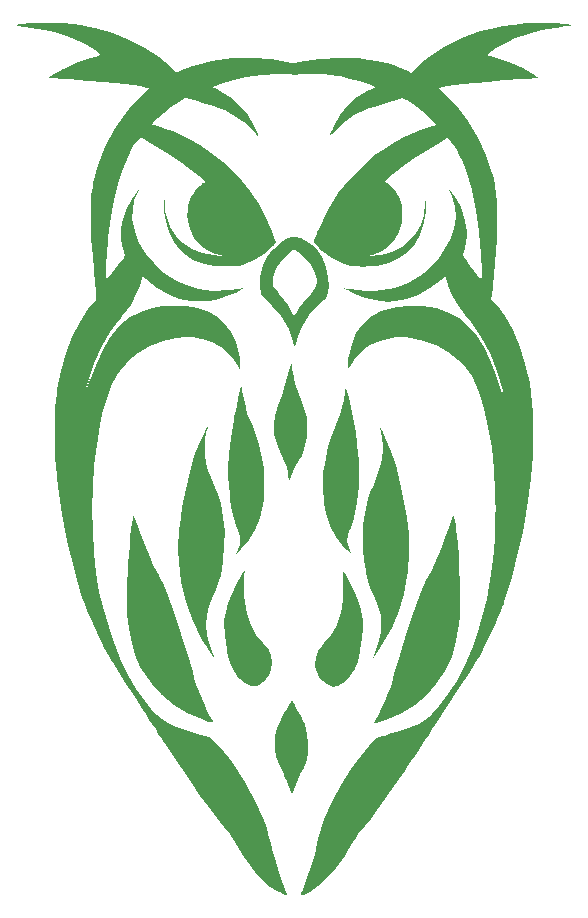
<source format=gts>
G04 #@! TF.GenerationSoftware,KiCad,Pcbnew,(6.0.10)*
G04 #@! TF.CreationDate,2023-01-13T20:49:35+01:00*
G04 #@! TF.ProjectId,Eule,45756c65-2e6b-4696-9361-645f70636258,rev?*
G04 #@! TF.SameCoordinates,Original*
G04 #@! TF.FileFunction,Soldermask,Top*
G04 #@! TF.FilePolarity,Negative*
%FSLAX46Y46*%
G04 Gerber Fmt 4.6, Leading zero omitted, Abs format (unit mm)*
G04 Created by KiCad (PCBNEW (6.0.10)) date 2023-01-13 20:49:35*
%MOMM*%
%LPD*%
G01*
G04 APERTURE LIST*
%ADD10C,0.150000*%
G04 APERTURE END LIST*
D10*
G36*
X52832000Y-49276000D02*
G01*
X50800000Y-50292000D01*
X49022000Y-50038000D01*
X47498000Y-48768000D01*
X47244000Y-47498000D01*
X47244000Y-45974000D01*
X48006000Y-44704000D01*
X49022000Y-44450000D01*
X52832000Y-49276000D01*
G37*
X52832000Y-49276000D02*
X50800000Y-50292000D01*
X49022000Y-50038000D01*
X47498000Y-48768000D01*
X47244000Y-47498000D01*
X47244000Y-45974000D01*
X48006000Y-44704000D01*
X49022000Y-44450000D01*
X52832000Y-49276000D01*
G36*
X64516000Y-46228000D02*
G01*
X64516000Y-47752000D01*
X63500000Y-49276000D01*
X62230000Y-50292000D01*
X58928000Y-49276000D01*
X59436000Y-47752000D01*
X60706000Y-45974000D01*
X62992000Y-44704000D01*
X63500000Y-44704000D01*
X64516000Y-46228000D01*
G37*
X64516000Y-46228000D02*
X64516000Y-47752000D01*
X63500000Y-49276000D01*
X62230000Y-50292000D01*
X58928000Y-49276000D01*
X59436000Y-47752000D01*
X60706000Y-45974000D01*
X62992000Y-44704000D01*
X63500000Y-44704000D01*
X64516000Y-46228000D01*
G36*
X42214000Y-72836000D02*
G01*
X42279000Y-72994000D01*
X42383000Y-73268000D01*
X42457000Y-73470000D01*
X42806000Y-74423000D01*
X43104000Y-75216000D01*
X43365000Y-75878000D01*
X43600000Y-76439000D01*
X43822000Y-76929000D01*
X44044000Y-77377000D01*
X44278000Y-77814000D01*
X44309000Y-77870000D01*
X44472000Y-78177000D01*
X44613000Y-78465000D01*
X44621000Y-78483000D01*
X44951000Y-79275000D01*
X45319000Y-80259000D01*
X45723000Y-81431000D01*
X46163000Y-82788000D01*
X46636000Y-84325000D01*
X47139000Y-86033000D01*
X47375000Y-86822000D01*
X47593000Y-87479000D01*
X47817000Y-88064000D01*
X48072000Y-88639000D01*
X48382000Y-89267000D01*
X48567000Y-89622000D01*
X48727000Y-89929000D01*
X48843000Y-90154000D01*
X48890000Y-90252000D01*
X48890000Y-90253000D01*
X48871000Y-90266000D01*
X48778000Y-90252000D01*
X48560000Y-90204000D01*
X48242000Y-90115000D01*
X47928000Y-90016000D01*
X46688000Y-89495000D01*
X45543000Y-88803000D01*
X44512000Y-87951000D01*
X44431000Y-87873000D01*
X43685000Y-87055000D01*
X43081000Y-86196000D01*
X42726000Y-85558000D01*
X42291000Y-84568000D01*
X41969000Y-83523000D01*
X41749000Y-82382000D01*
X41621000Y-81103000D01*
X41613000Y-80970000D01*
X41600000Y-80584000D01*
X41595000Y-80057000D01*
X41597000Y-79447000D01*
X41605000Y-78812000D01*
X41619000Y-78211000D01*
X41639000Y-77702000D01*
X41640000Y-77695000D01*
X41686000Y-76887000D01*
X41741000Y-76082000D01*
X41802000Y-75307000D01*
X41867000Y-74587000D01*
X41932000Y-73949000D01*
X41996000Y-73420000D01*
X42056000Y-73027000D01*
X42108000Y-72796000D01*
X42128000Y-72753000D01*
X42168000Y-72750000D01*
X42214000Y-72836000D01*
G37*
G36*
X52872000Y-52545000D02*
G01*
X52916000Y-52259000D01*
X53124000Y-51525000D01*
X53463000Y-50862000D01*
X53964000Y-50212000D01*
X54006000Y-50166000D01*
X54529000Y-49676000D01*
X55061000Y-49334000D01*
X55483000Y-49180000D01*
X55923000Y-49147000D01*
X56328000Y-49226000D01*
X56355000Y-49237000D01*
X56778000Y-49472000D01*
X57217000Y-49807000D01*
X57555000Y-50142000D01*
X58071000Y-50892000D01*
X58434000Y-51744000D01*
X58630000Y-52655000D01*
X58659000Y-53357000D01*
X58595000Y-53921000D01*
X58450000Y-54310000D01*
X58290000Y-54490000D01*
X57527000Y-55142000D01*
X57171000Y-55533000D01*
X56727000Y-56174000D01*
X56329000Y-56946000D01*
X56012000Y-57775000D01*
X55979000Y-57883000D01*
X55880000Y-58202000D01*
X55818000Y-58361000D01*
X55789000Y-58395000D01*
X55748000Y-58310000D01*
X55674000Y-58099000D01*
X55651000Y-58026000D01*
X55266000Y-56993000D01*
X54818000Y-56144000D01*
X54617000Y-55849000D01*
X54428000Y-55608000D01*
X54195000Y-55338000D01*
X53882000Y-54998000D01*
X53591000Y-54693000D01*
X53278000Y-54363000D01*
X53079000Y-54139000D01*
X52964000Y-53986000D01*
X52905000Y-53868000D01*
X52890000Y-53820000D01*
X52842000Y-53479000D01*
X52837000Y-53030000D01*
X53905000Y-53030000D01*
X53915000Y-53196000D01*
X53975000Y-53318000D01*
X54118000Y-53519000D01*
X54367000Y-53826000D01*
X54486000Y-53969000D01*
X54899000Y-54484000D01*
X55218000Y-54945000D01*
X55497000Y-55434000D01*
X55583000Y-55603000D01*
X55772000Y-55979000D01*
X55845000Y-55778000D01*
X55953000Y-55529000D01*
X56048000Y-55348000D01*
X56235000Y-55052000D01*
X56477000Y-54728000D01*
X56818000Y-54320000D01*
X57126000Y-53958000D01*
X57329000Y-53702000D01*
X57460000Y-53510000D01*
X57546000Y-53338000D01*
X57582000Y-53250000D01*
X57629000Y-53100000D01*
X57637000Y-52937000D01*
X57632000Y-52820000D01*
X57504000Y-52179000D01*
X57185000Y-51547000D01*
X56671000Y-50916000D01*
X56666000Y-50911000D01*
X56092000Y-50400000D01*
X55884000Y-50245000D01*
X55765000Y-50162000D01*
X55627000Y-50257000D01*
X55345000Y-50476000D01*
X55031000Y-50754000D01*
X54782000Y-51006000D01*
X54779000Y-51009000D01*
X54306000Y-51701000D01*
X54210000Y-51899000D01*
X54060000Y-52296000D01*
X53953000Y-52696000D01*
X53905000Y-53030000D01*
X52837000Y-53030000D01*
X52837000Y-53026000D01*
X52872000Y-52545000D01*
G37*
G36*
X51560000Y-77420000D02*
G01*
X51557000Y-77448000D01*
X51519000Y-77876000D01*
X51499000Y-78426000D01*
X51497000Y-79019000D01*
X51514000Y-79576000D01*
X51549000Y-80021000D01*
X51551000Y-80043000D01*
X51759000Y-81129000D01*
X52084000Y-82061000D01*
X52530000Y-82852000D01*
X53106000Y-83514000D01*
X53135000Y-83542000D01*
X53372000Y-83787000D01*
X53493000Y-83962000D01*
X53774000Y-84601000D01*
X53876000Y-85238000D01*
X53798000Y-85844000D01*
X53610000Y-86280000D01*
X53384000Y-86575000D01*
X53079000Y-86867000D01*
X52765000Y-87095000D01*
X52571000Y-87186000D01*
X52237000Y-87213000D01*
X52042000Y-87180000D01*
X51577000Y-86966000D01*
X51126000Y-86590000D01*
X51108000Y-86570000D01*
X50649000Y-85953000D01*
X50308000Y-85196000D01*
X50079000Y-84287000D01*
X50042000Y-84058000D01*
X49956000Y-83425000D01*
X49886000Y-82831000D01*
X49841000Y-82352000D01*
X49838000Y-82316000D01*
X49837000Y-81619000D01*
X49936000Y-80917000D01*
X50146000Y-80174000D01*
X50477000Y-79355000D01*
X50918000Y-78462000D01*
X51128000Y-78073000D01*
X51317000Y-77732000D01*
X51462000Y-77480000D01*
X51541000Y-77358000D01*
X51547000Y-77353000D01*
X51560000Y-77420000D01*
G37*
G36*
X48412000Y-65314000D02*
G01*
X48378000Y-65438000D01*
X48279000Y-65849000D01*
X48198000Y-66305000D01*
X48189000Y-66368000D01*
X48168000Y-66663000D01*
X48162000Y-67055000D01*
X48171000Y-67442000D01*
X48189000Y-67683000D01*
X48392000Y-68703000D01*
X48743000Y-69719000D01*
X48945000Y-70156000D01*
X49237000Y-70798000D01*
X49452000Y-71433000D01*
X49530000Y-71725000D01*
X49740000Y-72849000D01*
X49843000Y-74083000D01*
X49838000Y-75367000D01*
X49728000Y-76642000D01*
X49511000Y-77849000D01*
X49473000Y-78004000D01*
X49312000Y-78578000D01*
X49129000Y-79063000D01*
X48951000Y-79437000D01*
X48637000Y-80118000D01*
X48440000Y-80725000D01*
X48339000Y-81330000D01*
X48315000Y-81894000D01*
X48390000Y-82864000D01*
X48624000Y-83830000D01*
X48852000Y-84447000D01*
X48938000Y-84660000D01*
X48976000Y-84767000D01*
X48976000Y-84770000D01*
X48915000Y-84702000D01*
X48813000Y-84576000D01*
X48601000Y-84287000D01*
X48343000Y-83904000D01*
X48093000Y-83508000D01*
X47967000Y-83295000D01*
X47180000Y-81719000D01*
X46579000Y-80081000D01*
X46168000Y-78393000D01*
X45951000Y-76671000D01*
X45915000Y-75632000D01*
X45924000Y-75052000D01*
X45954000Y-74497000D01*
X46012000Y-73873000D01*
X46040000Y-73615000D01*
X46258000Y-72045000D01*
X46545000Y-70522000D01*
X46893000Y-69079000D01*
X47294000Y-67749000D01*
X47740000Y-66566000D01*
X48004000Y-65983000D01*
X48154000Y-65686000D01*
X48294000Y-65428000D01*
X48395000Y-65261000D01*
X48428000Y-65225000D01*
X48412000Y-65314000D01*
G37*
G36*
X62994000Y-65284000D02*
G01*
X63083000Y-65426000D01*
X63217000Y-65671000D01*
X63364000Y-65958000D01*
X63868000Y-67122000D01*
X64321000Y-68464000D01*
X64717000Y-69965000D01*
X65053000Y-71609000D01*
X65251000Y-72853000D01*
X65354000Y-73604000D01*
X65424000Y-74216000D01*
X65466000Y-74744000D01*
X65485000Y-75245000D01*
X65485000Y-75776000D01*
X65482000Y-75945000D01*
X65379000Y-77455000D01*
X65132000Y-78911000D01*
X65017000Y-79396000D01*
X64573000Y-80836000D01*
X63991000Y-82236000D01*
X63298000Y-83533000D01*
X63047000Y-83932000D01*
X62848000Y-84226000D01*
X62657000Y-84494000D01*
X62505000Y-84696000D01*
X62422000Y-84788000D01*
X62415000Y-84787000D01*
X62450000Y-84702000D01*
X62490000Y-84613000D01*
X62848000Y-83624000D01*
X63050000Y-82606000D01*
X63090000Y-81938000D01*
X63053000Y-81258000D01*
X62930000Y-80639000D01*
X62701000Y-80005000D01*
X62478000Y-79533000D01*
X62197000Y-78919000D01*
X61990000Y-78317000D01*
X61826000Y-77634000D01*
X61779000Y-77392000D01*
X61650000Y-76551000D01*
X61578000Y-75708000D01*
X61555000Y-74770000D01*
X61555000Y-74683000D01*
X61564000Y-74057000D01*
X61589000Y-73545000D01*
X61639000Y-73059000D01*
X61704000Y-72601000D01*
X61899000Y-71660000D01*
X62194000Y-70784000D01*
X62395000Y-70320000D01*
X62772000Y-69437000D01*
X63029000Y-68656000D01*
X63180000Y-67925000D01*
X63235000Y-67196000D01*
X63233000Y-66874000D01*
X63178000Y-66185000D01*
X63049000Y-65570000D01*
X62995000Y-65369000D01*
X62973000Y-65283000D01*
X62994000Y-65284000D01*
G37*
G36*
X59901000Y-77450000D02*
G01*
X60024000Y-77658000D01*
X60194000Y-77959000D01*
X60384000Y-78308000D01*
X60828000Y-79183000D01*
X61157000Y-79946000D01*
X61387000Y-80638000D01*
X61519000Y-81220000D01*
X61543000Y-81496000D01*
X61551000Y-81966000D01*
X61550000Y-82020000D01*
X61548000Y-82329000D01*
X61538000Y-82578000D01*
X61517000Y-82835000D01*
X61478000Y-83168000D01*
X61432000Y-83529000D01*
X61338000Y-84192000D01*
X61243000Y-84705000D01*
X61134000Y-85119000D01*
X60999000Y-85484000D01*
X60872000Y-85758000D01*
X60502000Y-86351000D01*
X60054000Y-86824000D01*
X59564000Y-87138000D01*
X59510000Y-87161000D01*
X59273000Y-87219000D01*
X59001000Y-87241000D01*
X58840000Y-87223000D01*
X58513000Y-87053000D01*
X58165000Y-86777000D01*
X57879000Y-86460000D01*
X57874000Y-86454000D01*
X57636000Y-86016000D01*
X57537000Y-85531000D01*
X57531000Y-85320000D01*
X57584000Y-84789000D01*
X57761000Y-84286000D01*
X57774000Y-84259000D01*
X57920000Y-83980000D01*
X58087000Y-83757000D01*
X58301000Y-83533000D01*
X58858000Y-82880000D01*
X59278000Y-82148000D01*
X59350000Y-81987000D01*
X59668000Y-81015000D01*
X59855000Y-79904000D01*
X59909000Y-78669000D01*
X59864000Y-77709000D01*
X59849000Y-77486000D01*
X59848000Y-77379000D01*
X59849000Y-77378000D01*
X59901000Y-77450000D01*
G37*
G36*
X55521000Y-59931000D02*
G01*
X55549000Y-60076000D01*
X55596000Y-60356000D01*
X55629000Y-60558000D01*
X55725000Y-61113000D01*
X55815000Y-61529000D01*
X55913000Y-61868000D01*
X56037000Y-62190000D01*
X56077000Y-62283000D01*
X56413000Y-63133000D01*
X56686000Y-63990000D01*
X56794000Y-64420000D01*
X56850000Y-64899000D01*
X56846000Y-65497000D01*
X56787000Y-66143000D01*
X56679000Y-66770000D01*
X56562000Y-67206000D01*
X56366000Y-67671000D01*
X56267000Y-67856000D01*
X55758000Y-68849000D01*
X55414000Y-69689000D01*
X55335000Y-69898000D01*
X55290000Y-69994000D01*
X55288000Y-69995000D01*
X55276000Y-69905000D01*
X55263000Y-69678000D01*
X55257000Y-69526000D01*
X55224000Y-69031000D01*
X55146000Y-68653000D01*
X55002000Y-68310000D01*
X54906000Y-68137000D01*
X54428000Y-67153000D01*
X54132000Y-66147000D01*
X54066000Y-65746000D01*
X54043000Y-65363000D01*
X54047000Y-64914000D01*
X54078000Y-64529000D01*
X54079000Y-64523000D01*
X54114000Y-64340000D01*
X54180000Y-64097000D01*
X54292000Y-63747000D01*
X54406000Y-63408000D01*
X54666000Y-62632000D01*
X54877000Y-61980000D01*
X55059000Y-61388000D01*
X55230000Y-60789000D01*
X55366000Y-60295000D01*
X55436000Y-60046000D01*
X55483000Y-59900000D01*
X55490000Y-59886000D01*
X55505000Y-59882000D01*
X55521000Y-59931000D01*
G37*
G36*
X60160000Y-61958000D02*
G01*
X60242000Y-62254000D01*
X60348000Y-62676000D01*
X60462000Y-63153000D01*
X60550000Y-63545000D01*
X60968000Y-65803000D01*
X61179000Y-67545000D01*
X61206000Y-67952000D01*
X61225000Y-68477000D01*
X61235000Y-69049000D01*
X61236000Y-69597000D01*
X61225000Y-70052000D01*
X61216000Y-70220000D01*
X61146000Y-70937000D01*
X61043000Y-71691000D01*
X60916000Y-72413000D01*
X60778000Y-73035000D01*
X60716000Y-73263000D01*
X60631000Y-73515000D01*
X60511000Y-73834000D01*
X60478000Y-73917000D01*
X60335000Y-74296000D01*
X60260000Y-74574000D01*
X60235000Y-74828000D01*
X60235000Y-74883000D01*
X60279000Y-75285000D01*
X60434000Y-75699000D01*
X60452000Y-75736000D01*
X60543000Y-75929000D01*
X60577000Y-76016000D01*
X60508000Y-75957000D01*
X60341000Y-75797000D01*
X60197000Y-75654000D01*
X59820000Y-75258000D01*
X59526000Y-74900000D01*
X59302000Y-74583000D01*
X58778000Y-73623000D01*
X58427000Y-72572000D01*
X58279000Y-71745000D01*
X58233000Y-71252000D01*
X58201000Y-70677000D01*
X58185000Y-70080000D01*
X58185000Y-69521000D01*
X58202000Y-69063000D01*
X58222000Y-68852000D01*
X58394000Y-67882000D01*
X58636000Y-66884000D01*
X58927000Y-65926000D01*
X59248000Y-65078000D01*
X59352000Y-64845000D01*
X59532000Y-64429000D01*
X59677000Y-64009000D01*
X59801000Y-63536000D01*
X59916000Y-62960000D01*
X60027000Y-62295000D01*
X60107000Y-61783000D01*
X60160000Y-61958000D01*
G37*
G36*
X51310000Y-61866000D02*
G01*
X51347000Y-62078000D01*
X51361000Y-62177000D01*
X51481000Y-62914000D01*
X51620000Y-63588000D01*
X51765000Y-64140000D01*
X51805000Y-64267000D01*
X51908000Y-64518000D01*
X51976000Y-64658000D01*
X52228000Y-65211000D01*
X52481000Y-65910000D01*
X52720000Y-66698000D01*
X52930000Y-67521000D01*
X53093000Y-68324000D01*
X53154000Y-68708000D01*
X53202000Y-69257000D01*
X53218000Y-69930000D01*
X53203000Y-70655000D01*
X53158000Y-71360000D01*
X53100000Y-71870000D01*
X52854000Y-72945000D01*
X52443000Y-73951000D01*
X51883000Y-74849000D01*
X51728000Y-75045000D01*
X51513000Y-75288000D01*
X51250000Y-75567000D01*
X51017000Y-75798000D01*
X50969000Y-75841000D01*
X50794000Y-75997000D01*
X50901000Y-75809000D01*
X51126000Y-75241000D01*
X51157000Y-74675000D01*
X51151000Y-74628000D01*
X51117000Y-74446000D01*
X51064000Y-74261000D01*
X50968000Y-74002000D01*
X50891000Y-73808000D01*
X50712000Y-73302000D01*
X50560000Y-72734000D01*
X50426000Y-72061000D01*
X50301000Y-71241000D01*
X50266000Y-70973000D01*
X50179000Y-70145000D01*
X50145000Y-69381000D01*
X50149000Y-68820000D01*
X50221000Y-67509000D01*
X50373000Y-66147000D01*
X50615000Y-64679000D01*
X50681000Y-64333000D01*
X50771000Y-63892000D01*
X50877000Y-63409000D01*
X50988000Y-62924000D01*
X51095000Y-62479000D01*
X51187000Y-62113000D01*
X51256000Y-61869000D01*
X51287000Y-61789000D01*
X51310000Y-61866000D01*
G37*
G36*
X55590000Y-88366000D02*
G01*
X55665000Y-88506000D01*
X55715000Y-88613000D01*
X55913000Y-89036000D01*
X56113000Y-89437000D01*
X56285000Y-89754000D01*
X56364000Y-89883000D01*
X56516000Y-90128000D01*
X56625000Y-90376000D01*
X56664000Y-90483000D01*
X56857000Y-91258000D01*
X56930000Y-92105000D01*
X56882000Y-92945000D01*
X56713000Y-93705000D01*
X56712000Y-93707000D01*
X56643000Y-93894000D01*
X56552000Y-94086000D01*
X56405000Y-94352000D01*
X56316000Y-94506000D01*
X55939000Y-95288000D01*
X55628000Y-96201000D01*
X55579000Y-96330000D01*
X55565000Y-96345000D01*
X55517000Y-96265000D01*
X55470000Y-96151000D01*
X55389000Y-95934000D01*
X55279000Y-95636000D01*
X55250000Y-95558000D01*
X55102000Y-95194000D01*
X54907000Y-94771000D01*
X54838000Y-94631000D01*
X54523000Y-93961000D01*
X54308000Y-93390000D01*
X54227000Y-93107000D01*
X54127000Y-92638000D01*
X54093000Y-92220000D01*
X54096000Y-91984000D01*
X54135000Y-91509000D01*
X54226000Y-91065000D01*
X54389000Y-90592000D01*
X54639000Y-90032000D01*
X54741000Y-89824000D01*
X54919000Y-89475000D01*
X55115000Y-89106000D01*
X55303000Y-88764000D01*
X55455000Y-88498000D01*
X55546000Y-88356000D01*
X55551000Y-88350000D01*
X55590000Y-88366000D01*
G37*
G36*
X57823000Y-48470000D02*
G01*
X58565000Y-46899000D01*
X59460000Y-45456000D01*
X60509000Y-44140000D01*
X61712000Y-42953000D01*
X62665000Y-42184000D01*
X63476000Y-41619000D01*
X64304000Y-41123000D01*
X65053000Y-40733000D01*
X66263000Y-40190000D01*
X67389000Y-39802000D01*
X67553000Y-39757000D01*
X67742000Y-39704000D01*
X67812000Y-39681000D01*
X67757000Y-39610000D01*
X67601000Y-39446000D01*
X67388000Y-39234000D01*
X67164000Y-39017000D01*
X66971000Y-38840000D01*
X66965000Y-38835000D01*
X66535000Y-38472000D01*
X66111000Y-38140000D01*
X66028000Y-38078000D01*
X65803000Y-37922000D01*
X65519000Y-37733000D01*
X65251000Y-37560000D01*
X65069000Y-37451000D01*
X65064000Y-37448000D01*
X64952000Y-37389000D01*
X64615000Y-37480000D01*
X64097000Y-37626000D01*
X63534000Y-37792000D01*
X62974000Y-37963000D01*
X62468000Y-38124000D01*
X62068000Y-38259000D01*
X61871000Y-38331000D01*
X60784000Y-38872000D01*
X59796000Y-39582000D01*
X58929000Y-40445000D01*
X58897000Y-40482000D01*
X58798000Y-40582000D01*
X58777000Y-40590000D01*
X58792000Y-40487000D01*
X58869000Y-40267000D01*
X58984000Y-39995000D01*
X59077000Y-39799000D01*
X59646000Y-38860000D01*
X60328000Y-38032000D01*
X61098000Y-37338000D01*
X61930000Y-36804000D01*
X62459000Y-36566000D01*
X62571000Y-36504000D01*
X62574000Y-36490000D01*
X62458000Y-36416000D01*
X62201000Y-36301000D01*
X61853000Y-36167000D01*
X61464000Y-36031000D01*
X61340000Y-35992000D01*
X60494000Y-35754000D01*
X59635000Y-35573000D01*
X58683000Y-35431000D01*
X58340000Y-35391000D01*
X58014000Y-35370000D01*
X57564000Y-35360000D01*
X57065000Y-35362000D01*
X56593000Y-35374000D01*
X56222000Y-35396000D01*
X56159000Y-35402000D01*
X55888000Y-35427000D01*
X55669000Y-35423000D01*
X55484000Y-35406000D01*
X54277000Y-35348000D01*
X52979000Y-35421000D01*
X51644000Y-35618000D01*
X50327000Y-35934000D01*
X50029000Y-36023000D01*
X49671000Y-36143000D01*
X49328000Y-36272000D01*
X49050000Y-36388000D01*
X48888000Y-36472000D01*
X48865000Y-36496000D01*
X48943000Y-36540000D01*
X49018000Y-36569000D01*
X49214000Y-36653000D01*
X49462000Y-36771000D01*
X50318000Y-37306000D01*
X51109000Y-38013000D01*
X51811000Y-38866000D01*
X52277000Y-39611000D01*
X52439000Y-39934000D01*
X52575000Y-40253000D01*
X52652000Y-40490000D01*
X52657000Y-40517000D01*
X52669000Y-40608000D01*
X52548000Y-40470000D01*
X51719000Y-39634000D01*
X50843000Y-38971000D01*
X49878000Y-38455000D01*
X49112000Y-38160000D01*
X48715000Y-38031000D01*
X48251000Y-37887000D01*
X47766000Y-37740000D01*
X47306000Y-37605000D01*
X46918000Y-37494000D01*
X46648000Y-37423000D01*
X46564000Y-37405000D01*
X46470000Y-37410000D01*
X46328000Y-37480000D01*
X46239000Y-37533000D01*
X45299000Y-38170000D01*
X44690000Y-38652000D01*
X44478000Y-38838000D01*
X44229000Y-39068000D01*
X43987000Y-39300000D01*
X43794000Y-39492000D01*
X43695000Y-39604000D01*
X43690000Y-39614000D01*
X43772000Y-39653000D01*
X43871000Y-39681000D01*
X44211000Y-39781000D01*
X44652000Y-39926000D01*
X45110000Y-40089000D01*
X45455000Y-40222000D01*
X46198000Y-40554000D01*
X46994000Y-40960000D01*
X47761000Y-41395000D01*
X48373000Y-41786000D01*
X49741000Y-42836000D01*
X50945000Y-43991000D01*
X51998000Y-45265000D01*
X52757000Y-46408000D01*
X53307000Y-47414000D01*
X53790000Y-48506000D01*
X54040000Y-49170000D01*
X54128000Y-49414000D01*
X54185000Y-49570000D01*
X54189000Y-49581000D01*
X54198000Y-49635000D01*
X54155000Y-49706000D01*
X54022000Y-49845000D01*
X53922000Y-49943000D01*
X53148000Y-50612000D01*
X52344000Y-51133000D01*
X51542000Y-51488000D01*
X51090000Y-51611000D01*
X50862000Y-51636000D01*
X50499000Y-51652000D01*
X50066000Y-51659000D01*
X49627000Y-51657000D01*
X49248000Y-51645000D01*
X49003000Y-51625000D01*
X48127000Y-51447000D01*
X47388000Y-51186000D01*
X47165000Y-51079000D01*
X46542000Y-50692000D01*
X46116000Y-50320000D01*
X45547000Y-49613000D01*
X45123000Y-48771000D01*
X44846000Y-47801000D01*
X44777000Y-47383000D01*
X44745000Y-47046000D01*
X44726000Y-46662000D01*
X44722000Y-46313000D01*
X44735000Y-46083000D01*
X44759000Y-45933000D01*
X44762000Y-46120000D01*
X44844000Y-46935000D01*
X45047000Y-47756000D01*
X45264000Y-48311000D01*
X45726000Y-49062000D01*
X46335000Y-49688000D01*
X47080000Y-50179000D01*
X47947000Y-50531000D01*
X48924000Y-50733000D01*
X49578000Y-50782000D01*
X49826000Y-50786000D01*
X49894000Y-50782000D01*
X49828000Y-50770000D01*
X49423000Y-50707000D01*
X49089000Y-50626000D01*
X49061000Y-50617000D01*
X48344000Y-50305000D01*
X47737000Y-49833000D01*
X47253000Y-49215000D01*
X46907000Y-48468000D01*
X46806000Y-48120000D01*
X46696000Y-47305000D01*
X46728000Y-46936000D01*
X47386000Y-46936000D01*
X47478000Y-47669000D01*
X47759000Y-48369000D01*
X48009000Y-48766000D01*
X48390000Y-49229000D01*
X48778000Y-49540000D01*
X49229000Y-49745000D01*
X49265000Y-49756000D01*
X50011000Y-49888000D01*
X50612000Y-49856000D01*
X51228000Y-49697000D01*
X51749000Y-49427000D01*
X51956000Y-49258000D01*
X52132000Y-49049000D01*
X52189000Y-48850000D01*
X52190000Y-48806000D01*
X52104000Y-48489000D01*
X51860000Y-48120000D01*
X51484000Y-47731000D01*
X51292000Y-47571000D01*
X51178000Y-47482000D01*
X51101000Y-47478000D01*
X50980000Y-47574000D01*
X50895000Y-47650000D01*
X50692000Y-47795000D01*
X50571000Y-47863000D01*
X50393000Y-47939000D01*
X50222000Y-47957000D01*
X50166000Y-47957000D01*
X49966000Y-47945000D01*
X49809000Y-47887000D01*
X49806000Y-47885000D01*
X49511000Y-47674000D01*
X49271000Y-47390000D01*
X49234000Y-47324000D01*
X49138000Y-46909000D01*
X49234000Y-46450000D01*
X49521000Y-45954000D01*
X49538000Y-45930000D01*
X49664000Y-45764000D01*
X49571000Y-45679000D01*
X49445000Y-45571000D01*
X49228000Y-45390000D01*
X48969000Y-45175000D01*
X48715000Y-44968000D01*
X48517000Y-44809000D01*
X48423000Y-44736000D01*
X48422000Y-44736000D01*
X48324000Y-44784000D01*
X48161000Y-44957000D01*
X47969000Y-45210000D01*
X47786000Y-45494000D01*
X47696000Y-45658000D01*
X47451000Y-46332000D01*
X47386000Y-46936000D01*
X46728000Y-46936000D01*
X46764000Y-46518000D01*
X47003000Y-45793000D01*
X47224000Y-45408000D01*
X47466000Y-45114000D01*
X47779000Y-44814000D01*
X47954000Y-44675000D01*
X48123000Y-44558000D01*
X48197000Y-44512000D01*
X48163000Y-44440000D01*
X48001000Y-44272000D01*
X47739000Y-44037000D01*
X47678000Y-43985000D01*
X47027000Y-43472000D01*
X46208000Y-42885000D01*
X45231000Y-42231000D01*
X44111000Y-41520000D01*
X43265000Y-41002000D01*
X42753000Y-40693000D01*
X42656000Y-40800000D01*
X42132000Y-41503000D01*
X41652000Y-42389000D01*
X41217000Y-43446000D01*
X40833000Y-44661000D01*
X40502000Y-46023000D01*
X40227000Y-47519000D01*
X40014000Y-49136000D01*
X39864000Y-50861000D01*
X39862000Y-50883000D01*
X39848000Y-51186000D01*
X39837000Y-51559000D01*
X39831000Y-51951000D01*
X39830000Y-52307000D01*
X39835000Y-52577000D01*
X39845000Y-52706000D01*
X39847000Y-52710000D01*
X39928000Y-52663000D01*
X40099000Y-52489000D01*
X40329000Y-52222000D01*
X40592000Y-51900000D01*
X40858000Y-51555000D01*
X41101000Y-51224000D01*
X41290000Y-50943000D01*
X41366000Y-50814000D01*
X41442000Y-50671000D01*
X41353000Y-50433000D01*
X41180000Y-49851000D01*
X41102000Y-49251000D01*
X41097000Y-48738000D01*
X41114000Y-48379000D01*
X41145000Y-48113000D01*
X41176000Y-47948000D01*
X41497000Y-46913000D01*
X42015000Y-45914000D01*
X42083000Y-45808000D01*
X42233000Y-45589000D01*
X42400000Y-45362000D01*
X42535000Y-45189000D01*
X42586000Y-45135000D01*
X42562000Y-45201000D01*
X42485000Y-45357000D01*
X42207000Y-46075000D01*
X42051000Y-46873000D01*
X42035000Y-47658000D01*
X42037000Y-47676000D01*
X42224000Y-48689000D01*
X42607000Y-49666000D01*
X43186000Y-50610000D01*
X43834000Y-51387000D01*
X44716000Y-52198000D01*
X45669000Y-52830000D01*
X46571000Y-53243000D01*
X47687000Y-53558000D01*
X48885000Y-53706000D01*
X50135000Y-53685000D01*
X51090000Y-53556000D01*
X51331000Y-53510000D01*
X51472000Y-53481000D01*
X51478000Y-53480000D01*
X51528000Y-53467000D01*
X51478000Y-53508000D01*
X51341000Y-53589000D01*
X51085000Y-53721000D01*
X50771000Y-53875000D01*
X50464000Y-54018000D01*
X50238000Y-54116000D01*
X49412000Y-54389000D01*
X48572000Y-54565000D01*
X48340000Y-54594000D01*
X47988000Y-54615000D01*
X47570000Y-54619000D01*
X47190000Y-54607000D01*
X47040000Y-54594000D01*
X46022000Y-54382000D01*
X45057000Y-54004000D01*
X44122000Y-53449000D01*
X43196000Y-52707000D01*
X43192000Y-52703000D01*
X43002000Y-52538000D01*
X42885000Y-52450000D01*
X42873000Y-52445000D01*
X42840000Y-52501000D01*
X42814000Y-52684000D01*
X42749000Y-52974000D01*
X42666000Y-53285000D01*
X42614000Y-53454000D01*
X42388000Y-54002000D01*
X42080000Y-54585000D01*
X41889000Y-54892000D01*
X41735000Y-55114000D01*
X41565000Y-55343000D01*
X41345000Y-55622000D01*
X41041000Y-55994000D01*
X40894000Y-56172000D01*
X40147000Y-57197000D01*
X39464000Y-58380000D01*
X38861000Y-59686000D01*
X38354000Y-61080000D01*
X37959000Y-62524000D01*
X37842000Y-63076000D01*
X37793000Y-63340000D01*
X37769000Y-63505000D01*
X37773000Y-63535000D01*
X37795000Y-63458000D01*
X37900000Y-63065000D01*
X38050000Y-62555000D01*
X38221000Y-61999000D01*
X38391000Y-61469000D01*
X38524000Y-61083000D01*
X39015000Y-59821000D01*
X39525000Y-58742000D01*
X40066000Y-57827000D01*
X40646000Y-57057000D01*
X41102000Y-56575000D01*
X41872000Y-55960000D01*
X42740000Y-55498000D01*
X43726000Y-55181000D01*
X44565000Y-55031000D01*
X44993000Y-54996000D01*
X45522000Y-54977000D01*
X46058000Y-54978000D01*
X46508000Y-54998000D01*
X46590000Y-55006000D01*
X47616000Y-55189000D01*
X48505000Y-55509000D01*
X49272000Y-55973000D01*
X49793000Y-56439000D01*
X50371000Y-57185000D01*
X50798000Y-58059000D01*
X51071000Y-59049000D01*
X51127000Y-59403000D01*
X51149000Y-59650000D01*
X51161000Y-59927000D01*
X51163000Y-60174000D01*
X51152000Y-60327000D01*
X51138000Y-60345000D01*
X51076000Y-60239000D01*
X50986000Y-60083000D01*
X50476000Y-59348000D01*
X50257000Y-59103000D01*
X49572000Y-58508000D01*
X48808000Y-58073000D01*
X47930000Y-57783000D01*
X47540000Y-57703000D01*
X47209000Y-57670000D01*
X46766000Y-57656000D01*
X46298000Y-57661000D01*
X45893000Y-57686000D01*
X45771000Y-57701000D01*
X44606000Y-57971000D01*
X43506000Y-58414000D01*
X42500000Y-59013000D01*
X41701000Y-59675000D01*
X41460000Y-59917000D01*
X41253000Y-60139000D01*
X41219000Y-60178000D01*
X40715000Y-60896000D01*
X40262000Y-61797000D01*
X39859000Y-62885000D01*
X39505000Y-64163000D01*
X39305000Y-65080000D01*
X39022000Y-66756000D01*
X38819000Y-68530000D01*
X38695000Y-70366000D01*
X38650000Y-72227000D01*
X38683000Y-74079000D01*
X38794000Y-75885000D01*
X38981000Y-77609000D01*
X39246000Y-79216000D01*
X39542000Y-80508000D01*
X40026000Y-82186000D01*
X40538000Y-83690000D01*
X41091000Y-85046000D01*
X41693000Y-86278000D01*
X42357000Y-87412000D01*
X42572000Y-87740000D01*
X43082000Y-88445000D01*
X43620000Y-89091000D01*
X44147000Y-89633000D01*
X44546000Y-89972000D01*
X45070000Y-90300000D01*
X45755000Y-90618000D01*
X46616000Y-90934000D01*
X47328000Y-91154000D01*
X47876000Y-91316000D01*
X48262000Y-91433000D01*
X48512000Y-91513000D01*
X48655000Y-91567000D01*
X48690000Y-91582000D01*
X48868000Y-91721000D01*
X49137000Y-91990000D01*
X49470000Y-92358000D01*
X49838000Y-92794000D01*
X50214000Y-93267000D01*
X50489000Y-93632000D01*
X51594000Y-95303000D01*
X52545000Y-97081000D01*
X53105000Y-98364000D01*
X53279000Y-98819000D01*
X53426000Y-99249000D01*
X53562000Y-99709000D01*
X53703000Y-100253000D01*
X53864000Y-100935000D01*
X53878000Y-100995000D01*
X54164000Y-102084000D01*
X54540000Y-103274000D01*
X54923000Y-104333000D01*
X55032000Y-104626000D01*
X55100000Y-104829000D01*
X55112000Y-104891000D01*
X54991000Y-104868000D01*
X54763000Y-104785000D01*
X54500000Y-104669000D01*
X54450000Y-104645000D01*
X53720000Y-104180000D01*
X52975000Y-103516000D01*
X52914000Y-103454000D01*
X52458000Y-102948000D01*
X51999000Y-102366000D01*
X51517000Y-101679000D01*
X50990000Y-100854000D01*
X50690000Y-100361000D01*
X50398000Y-99885000D01*
X50197000Y-99580000D01*
X50102000Y-99461000D01*
X49812000Y-99136000D01*
X49426000Y-98658000D01*
X48955000Y-98042000D01*
X48411000Y-97305000D01*
X47805000Y-96463000D01*
X47149000Y-95530000D01*
X46453000Y-94523000D01*
X45729000Y-93458000D01*
X45218000Y-92695000D01*
X44904000Y-92222000D01*
X44662000Y-91857000D01*
X44456000Y-91544000D01*
X44251000Y-91229000D01*
X44010000Y-90856000D01*
X43697000Y-90370000D01*
X43473000Y-90023000D01*
X43169000Y-89552000D01*
X42812000Y-89000000D01*
X42431000Y-88409000D01*
X42065000Y-87845000D01*
X41527000Y-87013000D01*
X41086000Y-86329000D01*
X40728000Y-85772000D01*
X40443000Y-85323000D01*
X40217000Y-84960000D01*
X40038000Y-84664000D01*
X39894000Y-84415000D01*
X39773000Y-84193000D01*
X39661000Y-83976000D01*
X39547000Y-83746000D01*
X39540000Y-83733000D01*
X39200000Y-83021000D01*
X38849000Y-82259000D01*
X38517000Y-81509000D01*
X38231000Y-80836000D01*
X38101000Y-80512000D01*
X37998000Y-80250000D01*
X37924000Y-80064000D01*
X37916000Y-80045000D01*
X37862000Y-79889000D01*
X37774000Y-79618000D01*
X37719000Y-79445000D01*
X37078000Y-77196000D01*
X36529000Y-74899000D01*
X36082000Y-72605000D01*
X35748000Y-70365000D01*
X35554000Y-68458000D01*
X35512000Y-67891000D01*
X35484000Y-67411000D01*
X35466000Y-66952000D01*
X35458000Y-66447000D01*
X35456000Y-65830000D01*
X35456000Y-65583000D01*
X35462000Y-64790000D01*
X35478000Y-64139000D01*
X35508000Y-63573000D01*
X35556000Y-63034000D01*
X35625000Y-62463000D01*
X35680000Y-62070000D01*
X35979000Y-60488000D01*
X36398000Y-58992000D01*
X36930000Y-57605000D01*
X37565000Y-56350000D01*
X38295000Y-55253000D01*
X38310000Y-55233000D01*
X38462000Y-55046000D01*
X38656000Y-54820000D01*
X38839000Y-54617000D01*
X38958000Y-54494000D01*
X38970000Y-54485000D01*
X38986000Y-54460000D01*
X38992000Y-54394000D01*
X38987000Y-54254000D01*
X38969000Y-54008000D01*
X38936000Y-53625000D01*
X38890000Y-53119000D01*
X38782000Y-51920000D01*
X38693000Y-50897000D01*
X38623000Y-50028000D01*
X38570000Y-49288000D01*
X38531000Y-48656000D01*
X38507000Y-48108000D01*
X38496000Y-47622000D01*
X38495000Y-47174000D01*
X38498000Y-46958000D01*
X38525000Y-46228000D01*
X38578000Y-45599000D01*
X38668000Y-44971000D01*
X38730000Y-44625000D01*
X39127000Y-43054000D01*
X39713000Y-41542000D01*
X40483000Y-40098000D01*
X41434000Y-38733000D01*
X41507000Y-38642000D01*
X41778000Y-38311000D01*
X42045000Y-38008000D01*
X42358000Y-37677000D01*
X42766000Y-37267000D01*
X42795000Y-37238000D01*
X43130000Y-36901000D01*
X43336000Y-36680000D01*
X43407000Y-36585000D01*
X43406000Y-36583000D01*
X43299000Y-36522000D01*
X43053000Y-36448000D01*
X42728000Y-36378000D01*
X42703000Y-36373000D01*
X42147000Y-36290000D01*
X41418000Y-36202000D01*
X40541000Y-36113000D01*
X39545000Y-36024000D01*
X38453000Y-35938000D01*
X37303000Y-35858000D01*
X36900000Y-35832000D01*
X36511000Y-35806000D01*
X36340000Y-35795000D01*
X35975000Y-35772000D01*
X35577000Y-35748000D01*
X35515000Y-35744000D01*
X35235000Y-35727000D01*
X35018000Y-35713000D01*
X35021000Y-35663000D01*
X35167000Y-35540000D01*
X35423000Y-35368000D01*
X35756000Y-35166000D01*
X36132000Y-34958000D01*
X36403000Y-34820000D01*
X37447000Y-34362000D01*
X38541000Y-34003000D01*
X38840000Y-33922000D01*
X39124000Y-33846000D01*
X39264000Y-33798000D01*
X39308000Y-33760000D01*
X39310000Y-33752000D01*
X39238000Y-33612000D01*
X39008000Y-33416000D01*
X38650000Y-33180000D01*
X38194000Y-32920000D01*
X37668000Y-32654000D01*
X37102000Y-32395000D01*
X36526000Y-32162000D01*
X36190000Y-32041000D01*
X35451000Y-31825000D01*
X34550000Y-31623000D01*
X33474000Y-31434000D01*
X32396000Y-31279000D01*
X32182000Y-31245000D01*
X32094000Y-31220000D01*
X32096000Y-31217000D01*
X32211000Y-31196000D01*
X32470000Y-31163000D01*
X32815000Y-31126000D01*
X33191000Y-31090000D01*
X33490000Y-31065000D01*
X33841000Y-31048000D01*
X34316000Y-31038000D01*
X34852000Y-31034000D01*
X35383000Y-31038000D01*
X35847000Y-31047000D01*
X36178000Y-31064000D01*
X36190000Y-31065000D01*
X36995000Y-31144000D01*
X37684000Y-31237000D01*
X38343000Y-31356000D01*
X38890000Y-31475000D01*
X40367000Y-31895000D01*
X41779000Y-32454000D01*
X43097000Y-33137000D01*
X44292000Y-33929000D01*
X45335000Y-34814000D01*
X45442000Y-34920000D01*
X45782000Y-35259000D01*
X45855000Y-35215000D01*
X46054000Y-35117000D01*
X46375000Y-34980000D01*
X46751000Y-34833000D01*
X47116000Y-34701000D01*
X47178000Y-34681000D01*
X48777000Y-34256000D01*
X50434000Y-34022000D01*
X52140000Y-33978000D01*
X53890000Y-34124000D01*
X55465000Y-34411000D01*
X55753000Y-34477000D01*
X56143000Y-34386000D01*
X57861000Y-34087000D01*
X59613000Y-33976000D01*
X61357000Y-34054000D01*
X61517000Y-34071000D01*
X62725000Y-34264000D01*
X63903000Y-34560000D01*
X64984000Y-34942000D01*
X65370000Y-35113000D01*
X65667000Y-35253000D01*
X66035000Y-34891000D01*
X66415000Y-34530000D01*
X66773000Y-34226000D01*
X67128000Y-33953000D01*
X68461000Y-33078000D01*
X69921000Y-32347000D01*
X71486000Y-31771000D01*
X72703000Y-31448000D01*
X73431000Y-31300000D01*
X74153000Y-31189000D01*
X74961000Y-31099000D01*
X75178000Y-31079000D01*
X75675000Y-31050000D01*
X76295000Y-31037000D01*
X76960000Y-31037000D01*
X77593000Y-31053000D01*
X78065000Y-31079000D01*
X78439000Y-31112000D01*
X78813000Y-31150000D01*
X79136000Y-31187000D01*
X79352000Y-31218000D01*
X79411000Y-31233000D01*
X79388000Y-31245000D01*
X79264000Y-31258000D01*
X79001000Y-31292000D01*
X78660000Y-31339000D01*
X78301000Y-31390000D01*
X77982000Y-31437000D01*
X77840000Y-31459000D01*
X76731000Y-31663000D01*
X75796000Y-31884000D01*
X75055000Y-32119000D01*
X74449000Y-32362000D01*
X73860000Y-32627000D01*
X73314000Y-32900000D01*
X72839000Y-33163000D01*
X72463000Y-33403000D01*
X72214000Y-33603000D01*
X72119000Y-33749000D01*
X72120000Y-33765000D01*
X72199000Y-33810000D01*
X72439000Y-33882000D01*
X72551000Y-33911000D01*
X73940000Y-34346000D01*
X75115000Y-34860000D01*
X75557000Y-35097000D01*
X75986000Y-35354000D01*
X76327000Y-35585000D01*
X76397000Y-35639000D01*
X76491000Y-35715000D01*
X76259000Y-35730000D01*
X76062000Y-35743000D01*
X75722000Y-35764000D01*
X75294000Y-35791000D01*
X75028000Y-35808000D01*
X73517000Y-35908000D01*
X72182000Y-36007000D01*
X71026000Y-36105000D01*
X70053000Y-36202000D01*
X69265000Y-36298000D01*
X68667000Y-36391000D01*
X68262000Y-36482000D01*
X68052000Y-36570000D01*
X68028000Y-36595000D01*
X68082000Y-36680000D01*
X68206000Y-36802000D01*
X69424000Y-38032000D01*
X70469000Y-39350000D01*
X71336000Y-40748000D01*
X72021000Y-42220000D01*
X72520000Y-43759000D01*
X72624000Y-44195000D01*
X72847000Y-45515000D01*
X72916000Y-46249000D01*
X72930000Y-46604000D01*
X72936000Y-47098000D01*
X72934000Y-47671000D01*
X72926000Y-48264000D01*
X72910000Y-48816000D01*
X72890000Y-49268000D01*
X72880000Y-49408000D01*
X72802000Y-50357000D01*
X72715000Y-51373000D01*
X72625000Y-52391000D01*
X72538000Y-53341000D01*
X72462000Y-54137000D01*
X72432000Y-54442000D01*
X72671000Y-54693000D01*
X73127000Y-55232000D01*
X73575000Y-55864000D01*
X74268000Y-57084000D01*
X74853000Y-58456000D01*
X75323000Y-59957000D01*
X75672000Y-61566000D01*
X75893000Y-63262000D01*
X75900000Y-63345000D01*
X75945000Y-63894000D01*
X75975000Y-64323000D01*
X75992000Y-64709000D01*
X75999000Y-65127000D01*
X76001000Y-65654000D01*
X76001000Y-65770000D01*
X75949000Y-67651000D01*
X75798000Y-69564000D01*
X75541000Y-71550000D01*
X75175000Y-73648000D01*
X75074000Y-74158000D01*
X74859000Y-75156000D01*
X74610000Y-76211000D01*
X74341000Y-77269000D01*
X74067000Y-78279000D01*
X73799000Y-79187000D01*
X73591000Y-79831000D01*
X73532000Y-80017000D01*
X73515000Y-80088000D01*
X73476000Y-80214000D01*
X73370000Y-80488000D01*
X73209000Y-80877000D01*
X73010000Y-81345000D01*
X72785000Y-81860000D01*
X72551000Y-82383000D01*
X72336000Y-82847000D01*
X72092000Y-83354000D01*
X71843000Y-83855000D01*
X71616000Y-84301000D01*
X71433000Y-84642000D01*
X71359000Y-84770000D01*
X71221000Y-84993000D01*
X71056000Y-85256000D01*
X70851000Y-85579000D01*
X70593000Y-85980000D01*
X70272000Y-86477000D01*
X69874000Y-87090000D01*
X69388000Y-87838000D01*
X68952000Y-88508000D01*
X68428000Y-89313000D01*
X68004000Y-89964000D01*
X67673000Y-90475000D01*
X67425000Y-90860000D01*
X67251000Y-91133000D01*
X67142000Y-91306000D01*
X67090000Y-91395000D01*
X67088000Y-91398000D01*
X67009000Y-91527000D01*
X66839000Y-91790000D01*
X66597000Y-92156000D01*
X66304000Y-92595000D01*
X65982000Y-93075000D01*
X65650000Y-93566000D01*
X65331000Y-94036000D01*
X65111000Y-94358000D01*
X64232000Y-95623000D01*
X63456000Y-96719000D01*
X62780000Y-97648000D01*
X62203000Y-98414000D01*
X61722000Y-99017000D01*
X61539000Y-99234000D01*
X61387000Y-99413000D01*
X61264000Y-99572000D01*
X61137000Y-99758000D01*
X60973000Y-100021000D01*
X60739000Y-100407000D01*
X60739000Y-100408000D01*
X60492000Y-100811000D01*
X60237000Y-101221000D01*
X60029000Y-101545000D01*
X59272000Y-102603000D01*
X58521000Y-103471000D01*
X57778000Y-104147000D01*
X57045000Y-104627000D01*
X56765000Y-104759000D01*
X56510000Y-104857000D01*
X56346000Y-104902000D01*
X56315000Y-104896000D01*
X56348000Y-104799000D01*
X56431000Y-104579000D01*
X56479000Y-104453000D01*
X57032000Y-102920000D01*
X57465000Y-101457000D01*
X57702000Y-100447000D01*
X57766000Y-100147000D01*
X57818000Y-99919000D01*
X57830000Y-99872000D01*
X58305000Y-98462000D01*
X58938000Y-97011000D01*
X59706000Y-95566000D01*
X60588000Y-94171000D01*
X61047000Y-93529000D01*
X61368000Y-93112000D01*
X61713000Y-92689000D01*
X62051000Y-92292000D01*
X62355000Y-91955000D01*
X62594000Y-91712000D01*
X62737000Y-91597000D01*
X62931000Y-91520000D01*
X63260000Y-91412000D01*
X63665000Y-91293000D01*
X63703000Y-91282000D01*
X64737000Y-90971000D01*
X65588000Y-90667000D01*
X66272000Y-90363000D01*
X66806000Y-90052000D01*
X66965000Y-89937000D01*
X67139000Y-89782000D01*
X67393000Y-89533000D01*
X67676000Y-89244000D01*
X67933000Y-88968000D01*
X68020000Y-88870000D01*
X68775000Y-87889000D01*
X69498000Y-86735000D01*
X70174000Y-85436000D01*
X70790000Y-84018000D01*
X71206000Y-82883000D01*
X71680000Y-81354000D01*
X72061000Y-79820000D01*
X72357000Y-78235000D01*
X72576000Y-76554000D01*
X72727000Y-74733000D01*
X72741000Y-74508000D01*
X72759000Y-74064000D01*
X72773000Y-73481000D01*
X72782000Y-72820000D01*
X72785000Y-72141000D01*
X72782000Y-71505000D01*
X72772000Y-70974000D01*
X72767000Y-70820000D01*
X72648000Y-68821000D01*
X72452000Y-66966000D01*
X72180000Y-65266000D01*
X71835000Y-63732000D01*
X71490000Y-62584000D01*
X71146000Y-61692000D01*
X70765000Y-60949000D01*
X70314000Y-60302000D01*
X69762000Y-59702000D01*
X69628000Y-59574000D01*
X68758000Y-58894000D01*
X67765000Y-58342000D01*
X66692000Y-57937000D01*
X65615000Y-57705000D01*
X65211000Y-57672000D01*
X64733000Y-57663000D01*
X64277000Y-57676000D01*
X63990000Y-57705000D01*
X63034000Y-57936000D01*
X62200000Y-58313000D01*
X61643000Y-58695000D01*
X60965000Y-59361000D01*
X60431000Y-60145000D01*
X60411000Y-60182000D01*
X60317000Y-60346000D01*
X60277000Y-60365000D01*
X60275000Y-60361000D01*
X60264000Y-60218000D01*
X60271000Y-59950000D01*
X60291000Y-59630000D01*
X60321000Y-59331000D01*
X60339000Y-59208000D01*
X60603000Y-58188000D01*
X61015000Y-57293000D01*
X61571000Y-56531000D01*
X62189000Y-55967000D01*
X62522000Y-55751000D01*
X62938000Y-55527000D01*
X63331000Y-55349000D01*
X63440000Y-55310000D01*
X64425000Y-55069000D01*
X65489000Y-54977000D01*
X65928000Y-54979000D01*
X66657000Y-55018000D01*
X67271000Y-55094000D01*
X67853000Y-55218000D01*
X67994000Y-55256000D01*
X68888000Y-55586000D01*
X69707000Y-56055000D01*
X70040000Y-56308000D01*
X70480000Y-56723000D01*
X70929000Y-57225000D01*
X71205000Y-57583000D01*
X71773000Y-58490000D01*
X72317000Y-59591000D01*
X72834000Y-60878000D01*
X73321000Y-62346000D01*
X73532000Y-63070000D01*
X73601000Y-63300000D01*
X73632000Y-63358000D01*
X73627000Y-63270000D01*
X73591000Y-63060000D01*
X73527000Y-62753000D01*
X73439000Y-62372000D01*
X73390000Y-62170000D01*
X72902000Y-60526000D01*
X72288000Y-59002000D01*
X71558000Y-57613000D01*
X70717000Y-56374000D01*
X70228000Y-55783000D01*
X69583000Y-54942000D01*
X69073000Y-54045000D01*
X68854000Y-53520000D01*
X68761000Y-53216000D01*
X68675000Y-52865000D01*
X68628000Y-52601000D01*
X68601000Y-52464000D01*
X68589000Y-52445000D01*
X68520000Y-52486000D01*
X68354000Y-52627000D01*
X68190000Y-52772000D01*
X67220000Y-53530000D01*
X66220000Y-54090000D01*
X65188000Y-54454000D01*
X64773000Y-54543000D01*
X63694000Y-54633000D01*
X62593000Y-54525000D01*
X61471000Y-54218000D01*
X60514000Y-53807000D01*
X60259000Y-53674000D01*
X60053000Y-53558000D01*
X59945000Y-53488000D01*
X59953000Y-53479000D01*
X60243000Y-53542000D01*
X60641000Y-53609000D01*
X61055000Y-53668000D01*
X61303000Y-53695000D01*
X61680000Y-53715000D01*
X62151000Y-53720000D01*
X62622000Y-53710000D01*
X63003000Y-53687000D01*
X63053000Y-53682000D01*
X64258000Y-53452000D01*
X65363000Y-53051000D01*
X66379000Y-52476000D01*
X66754000Y-52202000D01*
X67398000Y-51621000D01*
X68024000Y-50906000D01*
X68458000Y-50305000D01*
X68959000Y-49391000D01*
X69277000Y-48455000D01*
X69411000Y-47516000D01*
X69358000Y-46593000D01*
X69117000Y-45703000D01*
X68952000Y-45328000D01*
X68881000Y-45175000D01*
X68896000Y-45172000D01*
X68905000Y-45183000D01*
X69354000Y-45794000D01*
X69751000Y-46477000D01*
X69927000Y-46854000D01*
X70236000Y-47797000D01*
X70358000Y-48716000D01*
X70358000Y-49058000D01*
X70312000Y-49587000D01*
X70204000Y-50084000D01*
X70098000Y-50426000D01*
X70008000Y-50694000D01*
X70128000Y-50893000D01*
X70333000Y-51202000D01*
X70620000Y-51596000D01*
X70937000Y-52008000D01*
X71234000Y-52372000D01*
X71420000Y-52582000D01*
X71540000Y-52696000D01*
X71589000Y-52698000D01*
X71591000Y-52695000D01*
X71603000Y-52582000D01*
X71608000Y-52321000D01*
X71607000Y-51961000D01*
X71600000Y-51555000D01*
X71588000Y-51153000D01*
X71571000Y-50807000D01*
X71566000Y-50720000D01*
X71375000Y-48705000D01*
X71107000Y-46871000D01*
X70762000Y-45221000D01*
X70340000Y-43754000D01*
X70079000Y-43033000D01*
X69914000Y-42651000D01*
X69704000Y-42213000D01*
X69491000Y-41801000D01*
X69329000Y-41522000D01*
X69028000Y-41094000D01*
X68791000Y-40799000D01*
X68740000Y-40740000D01*
X68134000Y-41109000D01*
X66890000Y-41883000D01*
X65806000Y-42595000D01*
X64887000Y-43238000D01*
X64139000Y-43810000D01*
X63609000Y-44268000D01*
X63465000Y-44412000D01*
X63415000Y-44479000D01*
X63487000Y-44549000D01*
X63609000Y-44637000D01*
X64174000Y-45128000D01*
X64589000Y-45750000D01*
X64849000Y-46493000D01*
X64856000Y-46521000D01*
X64885000Y-46707000D01*
X64899000Y-46958000D01*
X64902000Y-47258000D01*
X64899000Y-47583000D01*
X64887000Y-47787000D01*
X64860000Y-47948000D01*
X64843000Y-48020000D01*
X64615000Y-48720000D01*
X64298000Y-49316000D01*
X64269000Y-49359000D01*
X63762000Y-49948000D01*
X63134000Y-50382000D01*
X62380000Y-50663000D01*
X61887000Y-50758000D01*
X61628000Y-50794000D01*
X62015000Y-50783000D01*
X63060000Y-50674000D01*
X64006000Y-50413000D01*
X64836000Y-50004000D01*
X65534000Y-49454000D01*
X65542000Y-49446000D01*
X66058000Y-48832000D01*
X66439000Y-48131000D01*
X66699000Y-47314000D01*
X66850000Y-46352000D01*
X66852000Y-46333000D01*
X66887000Y-45958000D01*
X66879000Y-46583000D01*
X66864000Y-47069000D01*
X66831000Y-47448000D01*
X66767000Y-47811000D01*
X66723000Y-48008000D01*
X66409000Y-48960000D01*
X65951000Y-49776000D01*
X65353000Y-50451000D01*
X64620000Y-50982000D01*
X63757000Y-51365000D01*
X62768000Y-51597000D01*
X62015000Y-51666000D01*
X61576000Y-51673000D01*
X61116000Y-51661000D01*
X60717000Y-51634000D01*
X60515000Y-51607000D01*
X59764000Y-51377000D01*
X58975000Y-50963000D01*
X58312000Y-50493000D01*
X58107000Y-50319000D01*
X57864000Y-50098000D01*
X57637000Y-49880000D01*
X57478000Y-49715000D01*
X57437000Y-49664000D01*
X57452000Y-49543000D01*
X57526000Y-49286000D01*
X57642000Y-48943000D01*
X57674000Y-48859000D01*
X59443000Y-48859000D01*
X59492000Y-49062000D01*
X59674000Y-49277000D01*
X59986000Y-49500000D01*
X60365000Y-49686000D01*
X60426000Y-49709000D01*
X61168000Y-49876000D01*
X61840000Y-49869000D01*
X62491000Y-49709000D01*
X63022000Y-49418000D01*
X63273000Y-49186000D01*
X63782000Y-48487000D01*
X64104000Y-47772000D01*
X64235000Y-47054000D01*
X64213000Y-46581000D01*
X64033000Y-45915000D01*
X63703000Y-45280000D01*
X63392000Y-44889000D01*
X63226000Y-44714000D01*
X62977000Y-44909000D01*
X62739000Y-45098000D01*
X62471000Y-45317000D01*
X62225000Y-45523000D01*
X62048000Y-45675000D01*
X61994000Y-45727000D01*
X61986000Y-45786000D01*
X62072000Y-45913000D01*
X62075000Y-45917000D01*
X62369000Y-46409000D01*
X62477000Y-46872000D01*
X62398000Y-47294000D01*
X62347000Y-47394000D01*
X62110000Y-47675000D01*
X61835000Y-47868000D01*
X61454000Y-47967000D01*
X61070000Y-47879000D01*
X60665000Y-47600000D01*
X60636000Y-47574000D01*
X60494000Y-47444000D01*
X60298000Y-47599000D01*
X59877000Y-47982000D01*
X59582000Y-48360000D01*
X59486000Y-48549000D01*
X59443000Y-48859000D01*
X57674000Y-48859000D01*
X57786000Y-48563000D01*
X57823000Y-48470000D01*
G37*
G36*
X69306000Y-72870000D02*
G01*
X69363000Y-73169000D01*
X69431000Y-73667000D01*
X69465000Y-73954000D01*
X69574000Y-75036000D01*
X69664000Y-76167000D01*
X69732000Y-77311000D01*
X69778000Y-78432000D01*
X69800000Y-79496000D01*
X69797000Y-80466000D01*
X69769000Y-81308000D01*
X69716000Y-81970000D01*
X69466000Y-83408000D01*
X69061000Y-84722000D01*
X68500000Y-85917000D01*
X67779000Y-86998000D01*
X66963000Y-87908000D01*
X65954000Y-88757000D01*
X64838000Y-89456000D01*
X63644000Y-89985000D01*
X62882000Y-90219000D01*
X62640000Y-90278000D01*
X62536000Y-90292000D01*
X62515000Y-90271000D01*
X62558000Y-90177000D01*
X62671000Y-89958000D01*
X62807000Y-89704000D01*
X63182000Y-88972000D01*
X63511000Y-88267000D01*
X63709000Y-87795000D01*
X63783000Y-87603000D01*
X63845000Y-87433000D01*
X63908000Y-87243000D01*
X63986000Y-86988000D01*
X64092000Y-86626000D01*
X64229000Y-86158000D01*
X64709000Y-84531000D01*
X65148000Y-83093000D01*
X65550000Y-81836000D01*
X65917000Y-80753000D01*
X65932000Y-80708000D01*
X66226000Y-79889000D01*
X66481000Y-79224000D01*
X66714000Y-78673000D01*
X66941000Y-78197000D01*
X67066000Y-77957000D01*
X67368000Y-77377000D01*
X67651000Y-76791000D01*
X67929000Y-76160000D01*
X68219000Y-75446000D01*
X68539000Y-74610000D01*
X68828000Y-73820000D01*
X69008000Y-73330000D01*
X69134000Y-73007000D01*
X69215000Y-72828000D01*
X69259000Y-72770000D01*
X69261000Y-72770000D01*
X69306000Y-72870000D01*
G37*
M02*

</source>
